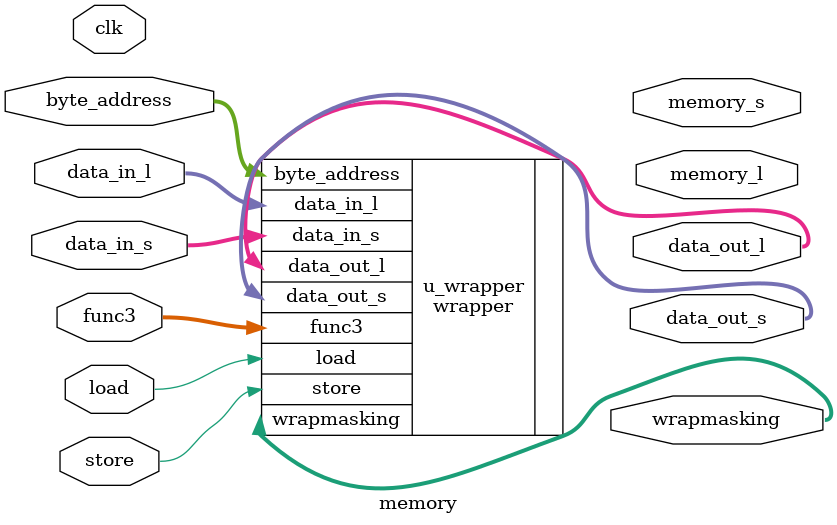
<source format=v>
`include "wrapper.v"
module memory(
    input wire clk,
    input  wire load ,
    input wire store,
    output wire memory_l,
    output wire memory_s,
    input wire [31:0] data_in_l,
    input wire [31:0] data_in_s,
    input wire [2:0] func3,
    input wire [1:0] byte_address,
   
 
    output wire [31:0]data_out_l,
    output wire [31:0]data_out_s,
    output  wire [3:0] wrapmasking

);
wrapper u_wrapper(
.load(load),
.store(store),
.data_in_l(data_in_l),
.data_in_s(data_in_s),
.data_out_l(data_out_l),
.data_out_s(data_out_s),
.func3(func3),
.byte_address(byte_address),
.wrapmasking(wrapmasking)
);

endmodule
</source>
